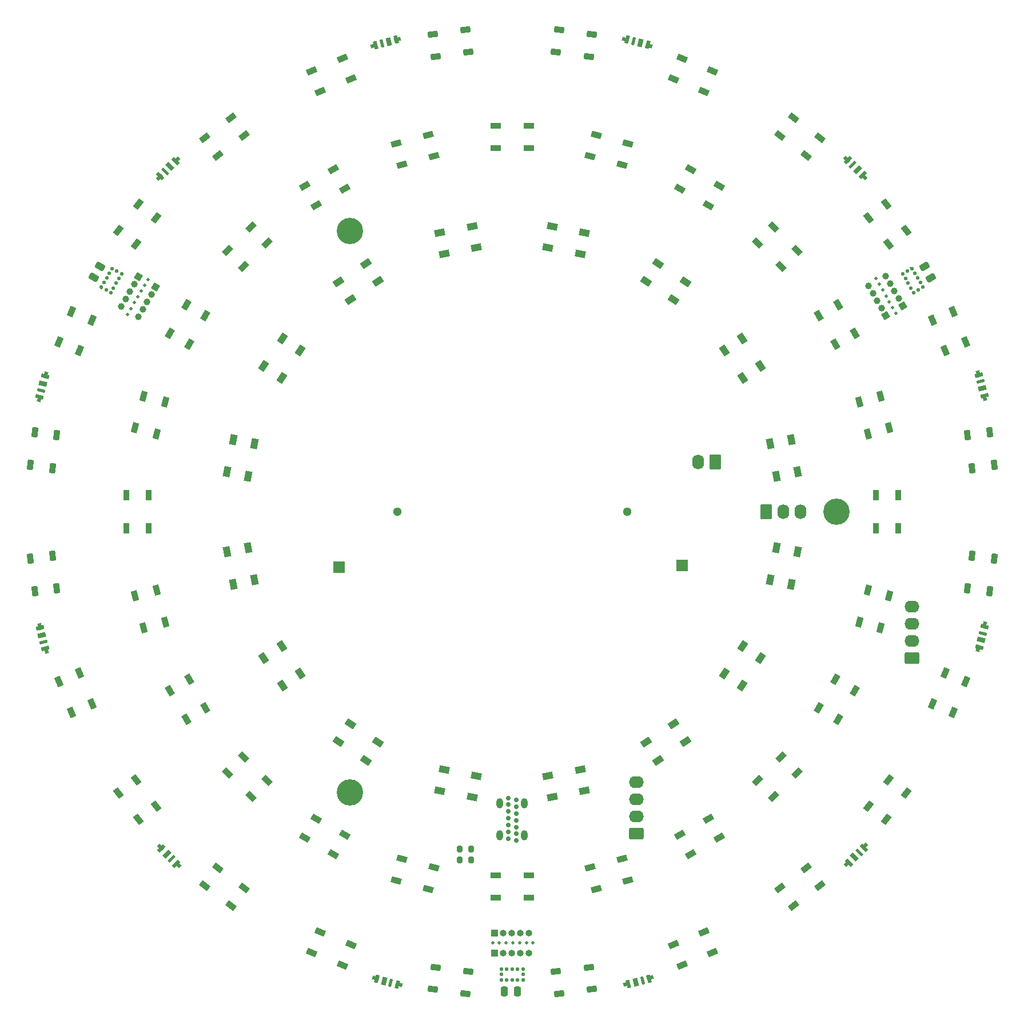
<source format=gts>
G04 #@! TF.GenerationSoftware,KiCad,Pcbnew,7.0.1-3b83917a11~171~ubuntu22.04.1*
G04 #@! TF.CreationDate,2023-04-05T15:14:01-07:00*
G04 #@! TF.ProjectId,dancing_forest,64616e63-696e-4675-9f66-6f726573742e,rev?*
G04 #@! TF.SameCoordinates,Original*
G04 #@! TF.FileFunction,Soldermask,Top*
G04 #@! TF.FilePolarity,Negative*
%FSLAX46Y46*%
G04 Gerber Fmt 4.6, Leading zero omitted, Abs format (unit mm)*
G04 Created by KiCad (PCBNEW 7.0.1-3b83917a11~171~ubuntu22.04.1) date 2023-04-05 15:14:01*
%MOMM*%
%LPD*%
G01*
G04 APERTURE LIST*
G04 Aperture macros list*
%AMRoundRect*
0 Rectangle with rounded corners*
0 $1 Rounding radius*
0 $2 $3 $4 $5 $6 $7 $8 $9 X,Y pos of 4 corners*
0 Add a 4 corners polygon primitive as box body*
4,1,4,$2,$3,$4,$5,$6,$7,$8,$9,$2,$3,0*
0 Add four circle primitives for the rounded corners*
1,1,$1+$1,$2,$3*
1,1,$1+$1,$4,$5*
1,1,$1+$1,$6,$7*
1,1,$1+$1,$8,$9*
0 Add four rect primitives between the rounded corners*
20,1,$1+$1,$2,$3,$4,$5,0*
20,1,$1+$1,$4,$5,$6,$7,0*
20,1,$1+$1,$6,$7,$8,$9,0*
20,1,$1+$1,$8,$9,$2,$3,0*%
%AMHorizOval*
0 Thick line with rounded ends*
0 $1 width*
0 $2 $3 position (X,Y) of the first rounded end (center of the circle)*
0 $4 $5 position (X,Y) of the second rounded end (center of the circle)*
0 Add line between two ends*
20,1,$1,$2,$3,$4,$5,0*
0 Add two circle primitives to create the rounded ends*
1,1,$1,$2,$3*
1,1,$1,$4,$5*%
%AMRotRect*
0 Rectangle, with rotation*
0 The origin of the aperture is its center*
0 $1 length*
0 $2 width*
0 $3 Rotation angle, in degrees counterclockwise*
0 Add horizontal line*
21,1,$1,$2,0,0,$3*%
G04 Aperture macros list end*
%ADD10C,1.300000*%
%ADD11RoundRect,0.200000X0.200000X0.275000X-0.200000X0.275000X-0.200000X-0.275000X0.200000X-0.275000X0*%
%ADD12RotRect,1.000000X1.000000X210.000000*%
%ADD13HorizOval,1.000000X0.000000X0.000000X0.000000X0.000000X0*%
%ADD14RotRect,1.500000X0.900000X172.500000*%
%ADD15RotRect,0.550000X1.000000X105.000000*%
%ADD16RotRect,0.550000X1.200000X15.000000*%
%ADD17RotRect,0.700000X1.200000X15.000000*%
%ADD18RotRect,0.450000X1.200000X15.000000*%
%ADD19RotRect,1.500000X0.900000X45.000000*%
%ADD20RotRect,0.550000X1.000000X75.000000*%
%ADD21RotRect,0.550000X1.200000X345.000000*%
%ADD22RotRect,0.700000X1.200000X345.000000*%
%ADD23RotRect,0.450000X1.200000X345.000000*%
%ADD24RotRect,0.550000X1.000000X255.000000*%
%ADD25RotRect,0.550000X1.200000X165.000000*%
%ADD26RotRect,0.700000X1.200000X165.000000*%
%ADD27RotRect,0.450000X1.200000X165.000000*%
%ADD28RotRect,1.500000X1.000000X281.250000*%
%ADD29RotRect,1.500000X1.000000X168.750000*%
%ADD30R,0.900000X1.500000*%
%ADD31RotRect,1.500000X0.900000X217.500000*%
%ADD32C,3.900000*%
%ADD33RotRect,1.500000X1.000000X11.250000*%
%ADD34RotRect,1.500000X0.900000X300.000000*%
%ADD35RotRect,1.500000X0.900000X67.500000*%
%ADD36RoundRect,0.250000X0.250000X0.475000X-0.250000X0.475000X-0.250000X-0.475000X0.250000X-0.475000X0*%
%ADD37RotRect,1.500000X0.900000X127.500000*%
%ADD38RotRect,1.500000X0.900000X157.500000*%
%ADD39RotRect,1.500000X1.000000X236.250000*%
%ADD40RotRect,1.500000X0.900000X315.000000*%
%ADD41RoundRect,0.062500X0.127500X0.062500X-0.127500X0.062500X-0.127500X-0.062500X0.127500X-0.062500X0*%
%ADD42RoundRect,0.125000X0.125000X0.125000X-0.125000X0.125000X-0.125000X-0.125000X0.125000X-0.125000X0*%
%ADD43RotRect,1.500000X0.900000X322.500000*%
%ADD44RotRect,1.500000X0.900000X232.500000*%
%ADD45R,1.000000X1.000000*%
%ADD46O,1.000000X1.000000*%
%ADD47RotRect,0.550000X1.000000X315.000000*%
%ADD48RotRect,0.550000X1.200000X225.000000*%
%ADD49RotRect,0.700000X1.200000X225.000000*%
%ADD50RotRect,0.450000X1.200000X225.000000*%
%ADD51RotRect,1.500000X0.900000X345.000000*%
%ADD52RotRect,0.550000X1.000000X15.000000*%
%ADD53RotRect,0.550000X1.200000X285.000000*%
%ADD54RotRect,0.700000X1.200000X285.000000*%
%ADD55RotRect,0.450000X1.200000X285.000000*%
%ADD56RotRect,0.550000X1.000000X225.000000*%
%ADD57RotRect,0.550000X1.200000X135.000000*%
%ADD58RotRect,0.700000X1.200000X135.000000*%
%ADD59RotRect,0.450000X1.200000X135.000000*%
%ADD60RotRect,1.500000X1.000000X303.750000*%
%ADD61RotRect,1.500000X1.000000X258.750000*%
%ADD62RotRect,1.500000X1.000000X33.750000*%
%ADD63RotRect,1.500000X0.900000X52.500000*%
%ADD64C,0.500000*%
%ADD65RotRect,1.000000X1.000000X330.000000*%
%ADD66HorizOval,1.000000X0.000000X0.000000X0.000000X0.000000X0*%
%ADD67RoundRect,0.062500X-0.117877X0.079168X0.009623X-0.141668X0.117877X-0.079168X-0.009623X0.141668X0*%
%ADD68RoundRect,0.125000X-0.170753X0.045753X-0.045753X-0.170753X0.170753X-0.045753X0.045753X0.170753X0*%
%ADD69RotRect,1.500000X1.000000X56.250000*%
%ADD70RoundRect,0.250000X0.286362X-0.454006X0.536362X-0.020994X-0.286362X0.454006X-0.536362X0.020994X0*%
%ADD71RotRect,1.500000X1.000000X213.750000*%
%ADD72RotRect,1.500000X1.000000X326.250000*%
%ADD73R,1.500000X0.900000*%
%ADD74RotRect,1.500000X0.900000X120.000000*%
%ADD75RotRect,1.500000X0.900000X142.500000*%
%ADD76RotRect,1.500000X0.900000X7.500000*%
%ADD77RotRect,1.500000X0.900000X30.000000*%
%ADD78RotRect,1.500000X0.900000X210.000000*%
%ADD79RotRect,1.500000X0.900000X97.500000*%
%ADD80RoundRect,0.062500X-0.009623X-0.141668X0.117877X0.079168X0.009623X0.141668X-0.117877X-0.079168X0*%
%ADD81RoundRect,0.125000X0.045753X-0.170753X0.170753X0.045753X-0.045753X0.170753X-0.170753X-0.045753X0*%
%ADD82RotRect,1.500000X0.900000X352.500000*%
%ADD83RotRect,1.500000X0.900000X135.000000*%
%ADD84RotRect,1.500000X0.900000X105.000000*%
%ADD85RoundRect,0.250000X-0.536362X-0.020994X-0.286362X-0.454006X0.536362X0.020994X0.286362X0.454006X0*%
%ADD86RotRect,1.500000X0.900000X150.000000*%
%ADD87RotRect,1.500000X0.900000X262.500000*%
%ADD88RotRect,1.500000X0.900000X37.500000*%
%ADD89RotRect,1.500000X0.900000X75.000000*%
%ADD90RotRect,1.500000X0.900000X60.000000*%
%ADD91RotRect,0.550000X1.000000X345.000000*%
%ADD92RotRect,0.550000X1.200000X255.000000*%
%ADD93RotRect,0.700000X1.200000X255.000000*%
%ADD94RotRect,0.450000X1.200000X255.000000*%
%ADD95RotRect,1.500000X0.900000X292.500000*%
%ADD96RotRect,1.500000X0.900000X195.000000*%
%ADD97C,0.700000*%
%ADD98O,1.000000X1.500000*%
%ADD99RotRect,1.500000X0.900000X240.000000*%
%ADD100RotRect,1.500000X1.000000X146.250000*%
%ADD101RotRect,1.500000X0.900000X330.000000*%
%ADD102RotRect,1.500000X0.900000X165.000000*%
%ADD103RotRect,1.500000X0.900000X82.500000*%
%ADD104RotRect,1.500000X0.900000X285.000000*%
%ADD105RotRect,0.550000X1.000000X45.000000*%
%ADD106RotRect,0.550000X1.200000X315.000000*%
%ADD107RotRect,0.700000X1.200000X315.000000*%
%ADD108RotRect,0.450000X1.200000X315.000000*%
%ADD109RotRect,1.500000X0.900000X187.500000*%
%ADD110RotRect,1.500000X1.000000X78.750000*%
%ADD111RotRect,0.550000X1.000000X135.000000*%
%ADD112RotRect,0.550000X1.200000X45.000000*%
%ADD113RotRect,0.700000X1.200000X45.000000*%
%ADD114RotRect,0.450000X1.200000X45.000000*%
%ADD115RotRect,1.500000X1.000000X123.750000*%
%ADD116RotRect,0.550000X1.000000X195.000000*%
%ADD117RotRect,0.550000X1.200000X105.000000*%
%ADD118RotRect,0.700000X1.200000X105.000000*%
%ADD119RotRect,0.450000X1.200000X105.000000*%
%ADD120RotRect,1.500000X1.000000X101.250000*%
%ADD121RotRect,0.550000X1.000000X285.000000*%
%ADD122RotRect,0.550000X1.200000X195.000000*%
%ADD123RotRect,0.700000X1.200000X195.000000*%
%ADD124RotRect,0.450000X1.200000X195.000000*%
%ADD125RotRect,1.500000X0.900000X337.500000*%
%ADD126RotRect,0.550000X1.000000X165.000000*%
%ADD127RotRect,0.550000X1.200000X75.000000*%
%ADD128RotRect,0.700000X1.200000X75.000000*%
%ADD129RotRect,0.450000X1.200000X75.000000*%
%ADD130RotRect,1.500000X0.900000X307.500000*%
%ADD131RotRect,1.500000X1.000000X348.750000*%
%ADD132RotRect,1.500000X0.900000X22.500000*%
%ADD133RotRect,1.500000X0.900000X112.500000*%
%ADD134RotRect,1.500000X0.900000X202.500000*%
%ADD135RotRect,1.500000X0.900000X225.000000*%
%ADD136RotRect,1.500000X0.900000X247.500000*%
%ADD137RotRect,1.500000X1.000000X191.250000*%
%ADD138RotRect,1.500000X0.900000X255.000000*%
%ADD139RotRect,1.500000X0.900000X15.000000*%
%ADD140RotRect,1.500000X0.900000X277.500000*%
%ADD141RoundRect,0.250000X-0.620000X-0.845000X0.620000X-0.845000X0.620000X0.845000X-0.620000X0.845000X0*%
%ADD142O,1.740000X2.190000*%
%ADD143RoundRect,0.250000X0.845000X-0.620000X0.845000X0.620000X-0.845000X0.620000X-0.845000X-0.620000X0*%
%ADD144O,2.190000X1.740000*%
%ADD145R,1.700000X1.700000*%
%ADD146RoundRect,0.250000X0.620000X0.845000X-0.620000X0.845000X-0.620000X-0.845000X0.620000X-0.845000X0*%
G04 APERTURE END LIST*
D10*
X183000000Y-200000000D03*
X217000000Y-200000000D03*
D11*
X193880000Y-249965000D03*
X192230000Y-249965000D03*
X193880000Y-251555000D03*
X192230000Y-251555000D03*
D12*
X257875000Y-169500000D03*
D13*
X257240000Y-168400148D03*
X256605000Y-167300295D03*
X255970000Y-166200443D03*
X255335000Y-165100591D03*
D14*
X211350505Y-132554533D03*
X211781241Y-129282765D03*
X206923161Y-128643187D03*
X206492425Y-131914955D03*
D15*
X216973486Y-269914207D03*
D16*
X217210231Y-269928417D03*
D17*
X218296897Y-269637246D03*
D18*
X219286971Y-269371956D03*
D16*
X220252897Y-269113137D03*
D15*
X220450819Y-268982458D03*
D19*
X236345288Y-239810111D03*
X238678741Y-242143564D03*
X242143564Y-238678741D03*
X239810111Y-236345288D03*
D20*
X179742366Y-269034222D03*
D21*
X179940288Y-269164901D03*
D22*
X181026954Y-269456072D03*
D23*
X182017028Y-269721362D03*
D21*
X182982954Y-269980181D03*
D20*
X183219699Y-269965971D03*
D24*
X220257634Y-130965778D03*
D25*
X220059712Y-130835099D03*
D26*
X218973046Y-130543928D03*
D27*
X217982972Y-130278638D03*
D25*
X217017046Y-130019819D03*
D24*
X216780301Y-130034029D03*
D28*
X158696519Y-210713771D03*
X161835032Y-210089482D03*
X160879089Y-205283635D03*
X157740576Y-205907924D03*
D29*
X205907924Y-157740576D03*
X205283635Y-160879089D03*
X210089482Y-161835032D03*
X210713771Y-158696519D03*
D30*
X146150000Y-197550000D03*
X142850000Y-197550000D03*
X142850000Y-202450000D03*
X146150000Y-202450000D03*
D31*
X160334872Y-144282834D03*
X158325959Y-141664767D03*
X154438528Y-144647698D03*
X156447441Y-147265765D03*
D32*
X176000000Y-241569000D03*
D33*
X210713771Y-241303481D03*
X210089482Y-238164968D03*
X205283635Y-239120911D03*
X205907924Y-242259424D03*
D34*
X152139532Y-224803238D03*
X149281648Y-226453238D03*
X151731648Y-230696762D03*
X154589532Y-229046762D03*
D35*
X262209591Y-228419917D03*
X265258394Y-229682773D03*
X267133543Y-225155763D03*
X264084740Y-223892907D03*
D36*
X200752620Y-271050000D03*
X198852620Y-271050000D03*
D37*
X255717166Y-160334872D03*
X258335233Y-158325959D03*
X255352302Y-154438528D03*
X252734235Y-156447441D03*
D38*
X228419917Y-137790409D03*
X229682773Y-134741606D03*
X225155763Y-132866457D03*
X223892907Y-135915260D03*
D39*
X163218248Y-178369808D03*
X165878950Y-180147633D03*
X168601244Y-176073432D03*
X165940542Y-174295607D03*
D40*
X160189889Y-236345288D03*
X157856436Y-238678741D03*
X161321259Y-242143564D03*
X163654712Y-239810111D03*
D41*
X201740000Y-269175000D03*
D42*
X201600000Y-269300000D03*
X200800000Y-269300000D03*
X200000000Y-269300000D03*
X199200000Y-269300000D03*
X198400000Y-269300000D03*
X198400000Y-268500000D03*
X198400000Y-267700000D03*
X199200000Y-267700000D03*
X200000000Y-267700000D03*
X200800000Y-267700000D03*
X201600000Y-267700000D03*
X201600000Y-268500000D03*
D43*
X156447441Y-252734235D03*
X154438528Y-255352302D03*
X158325959Y-258335233D03*
X160334872Y-255717166D03*
D44*
X147265765Y-156447441D03*
X144647698Y-154438528D03*
X141664767Y-158325959D03*
X144282834Y-160334872D03*
D45*
X197375000Y-262375000D03*
D46*
X198645000Y-262375000D03*
X199915000Y-262375000D03*
X201185000Y-262375000D03*
X202455000Y-262375000D03*
D30*
X253850000Y-202450000D03*
X257150000Y-202450000D03*
X257150000Y-197550000D03*
X253850000Y-197550000D03*
D47*
X150343426Y-147939263D03*
D48*
X150131294Y-148045329D03*
D49*
X149335799Y-148840824D03*
D50*
X148611014Y-149565608D03*
D48*
X147903908Y-150272715D03*
D47*
X147797842Y-150484847D03*
D32*
X248000000Y-200000000D03*
D51*
X183696076Y-251380999D03*
X182841973Y-254568554D03*
X187575010Y-255836767D03*
X188429113Y-252649212D03*
D52*
X130085793Y-216973486D03*
D53*
X130071583Y-217210231D03*
D54*
X130362754Y-218296897D03*
D55*
X130628044Y-219286971D03*
D53*
X130886863Y-220252897D03*
D52*
X131017542Y-220450819D03*
D56*
X252060737Y-150343426D03*
D57*
X251954671Y-150131294D03*
D58*
X251159176Y-149335799D03*
D59*
X250434392Y-148611014D03*
D57*
X249727285Y-147903908D03*
D56*
X249515153Y-147797842D03*
D60*
X165940542Y-225704393D03*
X168601244Y-223926568D03*
X165878950Y-219852367D03*
X163218248Y-221630192D03*
D61*
X157740576Y-194092076D03*
X160879089Y-194716365D03*
X161835032Y-189910518D03*
X158696519Y-189286229D03*
D62*
X225704393Y-234059458D03*
X223926568Y-231398756D03*
X219852367Y-234121050D03*
X221630192Y-236781752D03*
D63*
X252734235Y-243552559D03*
X255352302Y-245561472D03*
X258335233Y-241674041D03*
X255717166Y-239665128D03*
D64*
X256850000Y-170633013D03*
X256350000Y-169766987D03*
X255850000Y-168900962D03*
X255350000Y-168034936D03*
X254850000Y-167168911D03*
X254350000Y-166302886D03*
X253850000Y-165436860D03*
D65*
X147225000Y-166675000D03*
D66*
X146590000Y-167774852D03*
X145955000Y-168874705D03*
X145320000Y-169974557D03*
X144685000Y-171074409D03*
D65*
X144675000Y-165200000D03*
D66*
X144040000Y-166299852D03*
X143405000Y-167399705D03*
X142770000Y-168499557D03*
X142135000Y-169599409D03*
D32*
X176000000Y-158431000D03*
D67*
X259052371Y-163905616D03*
D68*
X259230624Y-163964359D03*
X259630624Y-164657180D03*
X260030624Y-165350000D03*
X260430624Y-166042820D03*
X260830624Y-166735641D03*
X260137804Y-167135641D03*
X259444984Y-167535641D03*
X259044984Y-166842820D03*
X258644984Y-166150000D03*
X258244984Y-165457180D03*
X257844984Y-164764359D03*
X258537804Y-164364359D03*
D69*
X236781752Y-221630192D03*
X234121050Y-219852367D03*
X231398756Y-223926568D03*
X234059458Y-225704393D03*
D70*
X138030000Y-165275344D03*
X138980000Y-163629896D03*
D71*
X174295607Y-165940542D03*
X176073432Y-168601244D03*
X180147633Y-165878950D03*
X178369808Y-163218248D03*
D72*
X178369808Y-236781752D03*
X180147633Y-234121050D03*
X176073432Y-231398756D03*
X174295607Y-234059458D03*
D73*
X197550000Y-253850000D03*
X197550000Y-257150000D03*
X202450000Y-257150000D03*
X202450000Y-253850000D03*
D74*
X247860468Y-175196762D03*
X250718352Y-173546762D03*
X248268352Y-169303238D03*
X245410468Y-170953238D03*
D75*
X243552559Y-147265765D03*
X245561472Y-144647698D03*
X241674041Y-141664767D03*
X239665128Y-144282834D03*
D76*
X206492425Y-268085045D03*
X206923161Y-271356813D03*
X211781241Y-270717235D03*
X211350505Y-267445467D03*
D77*
X224803238Y-247860468D03*
X226453238Y-250718352D03*
X230696762Y-248268352D03*
X229046762Y-245410468D03*
D78*
X175196762Y-152139532D03*
X173546762Y-149281648D03*
X169303238Y-151731648D03*
X170953238Y-154589532D03*
D79*
X268085045Y-193507575D03*
X271356813Y-193076839D03*
X270717235Y-188218759D03*
X267445467Y-188649495D03*
D80*
X139207629Y-166919384D03*
D81*
X139169376Y-166735641D03*
X139569376Y-166042820D03*
X139969376Y-165350000D03*
X140369376Y-164657180D03*
X140769376Y-163964359D03*
X141462196Y-164364359D03*
X142155016Y-164764359D03*
X141755016Y-165457180D03*
X141355016Y-166150000D03*
X140955016Y-166842820D03*
X140555016Y-167535641D03*
X139862196Y-167135641D03*
D82*
X188649495Y-267445467D03*
X188218759Y-270717235D03*
X193076839Y-271356813D03*
X193507575Y-268085045D03*
D83*
X239810111Y-163654712D03*
X242143564Y-161321259D03*
X238678741Y-157856436D03*
X236345288Y-160189889D03*
D84*
X252649212Y-188429113D03*
X255836767Y-187575010D03*
X254568554Y-182841973D03*
X251380999Y-183696076D03*
D85*
X261022380Y-163692276D03*
X261972380Y-165337724D03*
D86*
X229046762Y-154589532D03*
X230696762Y-151731648D03*
X226453238Y-149281648D03*
X224803238Y-152139532D03*
D87*
X132554533Y-188649495D03*
X129282765Y-188218759D03*
X128643187Y-193076839D03*
X131914955Y-193507575D03*
D88*
X239665128Y-255717166D03*
X241674041Y-258335233D03*
X245561472Y-255352302D03*
X243552559Y-252734235D03*
D89*
X251380999Y-216303924D03*
X254568554Y-217158027D03*
X255836767Y-212424990D03*
X252649212Y-211570887D03*
D90*
X245410468Y-229046762D03*
X248268352Y-230696762D03*
X250718352Y-226453238D03*
X247860468Y-224803238D03*
D12*
X255325000Y-170975000D03*
D13*
X254690000Y-169875148D03*
X254055000Y-168775295D03*
X253420000Y-167675443D03*
X252785000Y-166575591D03*
D91*
X130965778Y-179742366D03*
D92*
X130835099Y-179940288D03*
D93*
X130543928Y-181026954D03*
D94*
X130278638Y-182017028D03*
D92*
X130019819Y-182982954D03*
D91*
X130034029Y-183219699D03*
D95*
X135915260Y-223892907D03*
X132866457Y-225155763D03*
X134741606Y-229682773D03*
X137790409Y-228419917D03*
D73*
X202450000Y-146150000D03*
X202450000Y-142850000D03*
X197550000Y-142850000D03*
X197550000Y-146150000D03*
D96*
X188429113Y-147350788D03*
X187575010Y-144163233D03*
X182841973Y-145431446D03*
X183696076Y-148619001D03*
D97*
X199420000Y-248370000D03*
X199420000Y-247370000D03*
X199420000Y-246370000D03*
X199420000Y-245370000D03*
X199420000Y-244370000D03*
X199420000Y-243370000D03*
X199420000Y-242370000D03*
X200580000Y-242690000D03*
X200580000Y-243690000D03*
X200580000Y-244690000D03*
X200580000Y-245690000D03*
X200580000Y-246690000D03*
X200580000Y-247690000D03*
X200580000Y-248690000D03*
D98*
X198170000Y-243160000D03*
X198170000Y-247900000D03*
X201830000Y-243160000D03*
X201830000Y-247900000D03*
D99*
X154589532Y-170953238D03*
X151731648Y-169303238D03*
X149281648Y-173546762D03*
X152139532Y-175196762D03*
D100*
X221630192Y-163218248D03*
X219852367Y-165878950D03*
X223926568Y-168601244D03*
X225704393Y-165940542D03*
D101*
X170953238Y-245410468D03*
X169303238Y-248268352D03*
X173546762Y-250718352D03*
X175196762Y-247860468D03*
D64*
X146050000Y-165566987D03*
X145550000Y-166433013D03*
X145050000Y-167299038D03*
X144550000Y-168165064D03*
X144050000Y-169031089D03*
X143550000Y-169897114D03*
X143050000Y-170763140D03*
D102*
X216303924Y-148619001D03*
X217158027Y-145431446D03*
X212424990Y-144163233D03*
X211570887Y-147350788D03*
D103*
X267445467Y-211350505D03*
X270717235Y-211781241D03*
X271356813Y-206923161D03*
X268085045Y-206492425D03*
D104*
X147350788Y-211570887D03*
X144163233Y-212424990D03*
X145431446Y-217158027D03*
X148619001Y-216303924D03*
D105*
X147939263Y-249656574D03*
D106*
X148045329Y-249868706D03*
D107*
X148840824Y-250664201D03*
D108*
X149565608Y-251388986D03*
D106*
X150272715Y-252096092D03*
D105*
X150484847Y-252202158D03*
D109*
X193507575Y-131914955D03*
X193076839Y-128643187D03*
X188218759Y-129282765D03*
X188649495Y-132554533D03*
D110*
X242259424Y-205907924D03*
X239120911Y-205283635D03*
X238164968Y-210089482D03*
X241303481Y-210713771D03*
D111*
X249656574Y-252060737D03*
D112*
X249868706Y-251954671D03*
D113*
X250664201Y-251159176D03*
D114*
X251388986Y-250434392D03*
D112*
X252096092Y-249727285D03*
D111*
X252202158Y-249515153D03*
D115*
X234059458Y-174295607D03*
X231398756Y-176073432D03*
X234121050Y-180147633D03*
X236781752Y-178369808D03*
D64*
X197100000Y-263800000D03*
X198100000Y-263800000D03*
X199100000Y-263800000D03*
X200100000Y-263800000D03*
X201100000Y-263800000D03*
X202100000Y-263800000D03*
X203100000Y-263800000D03*
D116*
X269914207Y-183026514D03*
D117*
X269928417Y-182789769D03*
D118*
X269637246Y-181703103D03*
D119*
X269371956Y-180713029D03*
D117*
X269113137Y-179747103D03*
D116*
X268982458Y-179549181D03*
D120*
X241303481Y-189286229D03*
X238164968Y-189910518D03*
X239120911Y-194716365D03*
X242259424Y-194092076D03*
D121*
X183026514Y-130085793D03*
D122*
X182789769Y-130071583D03*
D123*
X181703103Y-130362754D03*
D124*
X180713029Y-130628044D03*
D122*
X179747103Y-130886863D03*
D121*
X179549181Y-131017542D03*
D125*
X171580083Y-262209591D03*
X170317227Y-265258394D03*
X174844237Y-267133543D03*
X176107093Y-264084740D03*
D126*
X269034222Y-220257634D03*
D127*
X269164901Y-220059712D03*
D128*
X269456072Y-218973046D03*
D129*
X269721362Y-217982972D03*
D127*
X269980181Y-217017046D03*
D126*
X269965971Y-216780301D03*
D130*
X144282834Y-239665128D03*
X141664767Y-241674041D03*
X144647698Y-245561472D03*
X147265765Y-243552559D03*
D131*
X194092076Y-242259424D03*
X194716365Y-239120911D03*
X189910518Y-238164968D03*
X189286229Y-241303481D03*
D132*
X223892907Y-264084740D03*
X225155763Y-267133543D03*
X229682773Y-265258394D03*
X228419917Y-262209591D03*
D133*
X264084740Y-176107093D03*
X267133543Y-174844237D03*
X265258394Y-170317227D03*
X262209591Y-171580083D03*
D45*
X197375000Y-265325000D03*
D46*
X198645000Y-265325000D03*
X199915000Y-265325000D03*
X201185000Y-265325000D03*
X202455000Y-265325000D03*
D134*
X176107093Y-135915260D03*
X174844237Y-132866457D03*
X170317227Y-134741606D03*
X171580083Y-137790409D03*
D135*
X163654712Y-160189889D03*
X161321259Y-157856436D03*
X157856436Y-161321259D03*
X160189889Y-163654712D03*
D136*
X137790409Y-171580083D03*
X134741606Y-170317227D03*
X132866457Y-174844237D03*
X135915260Y-176107093D03*
D137*
X189286229Y-158696519D03*
X189910518Y-161835032D03*
X194716365Y-160879089D03*
X194092076Y-157740576D03*
D138*
X148619001Y-183696076D03*
X145431446Y-182841973D03*
X144163233Y-187575010D03*
X147350788Y-188429113D03*
D139*
X211570887Y-252649212D03*
X212424990Y-255836767D03*
X217158027Y-254568554D03*
X216303924Y-251380999D03*
D140*
X131914955Y-206492425D03*
X128643187Y-206923161D03*
X129282765Y-211781241D03*
X132554533Y-211350505D03*
D141*
X237650000Y-200000000D03*
D142*
X240190000Y-200000000D03*
X242730000Y-200000000D03*
D143*
X218365000Y-247667380D03*
D144*
X218365000Y-245127380D03*
X218365000Y-242587380D03*
X218365000Y-240047380D03*
D145*
X225152620Y-207925000D03*
D146*
X230105000Y-192655000D03*
D142*
X227565000Y-192655000D03*
D145*
X174352620Y-208175000D03*
D143*
X259230000Y-221670000D03*
D144*
X259230000Y-219130000D03*
X259230000Y-216590000D03*
X259230000Y-214050000D03*
M02*

</source>
